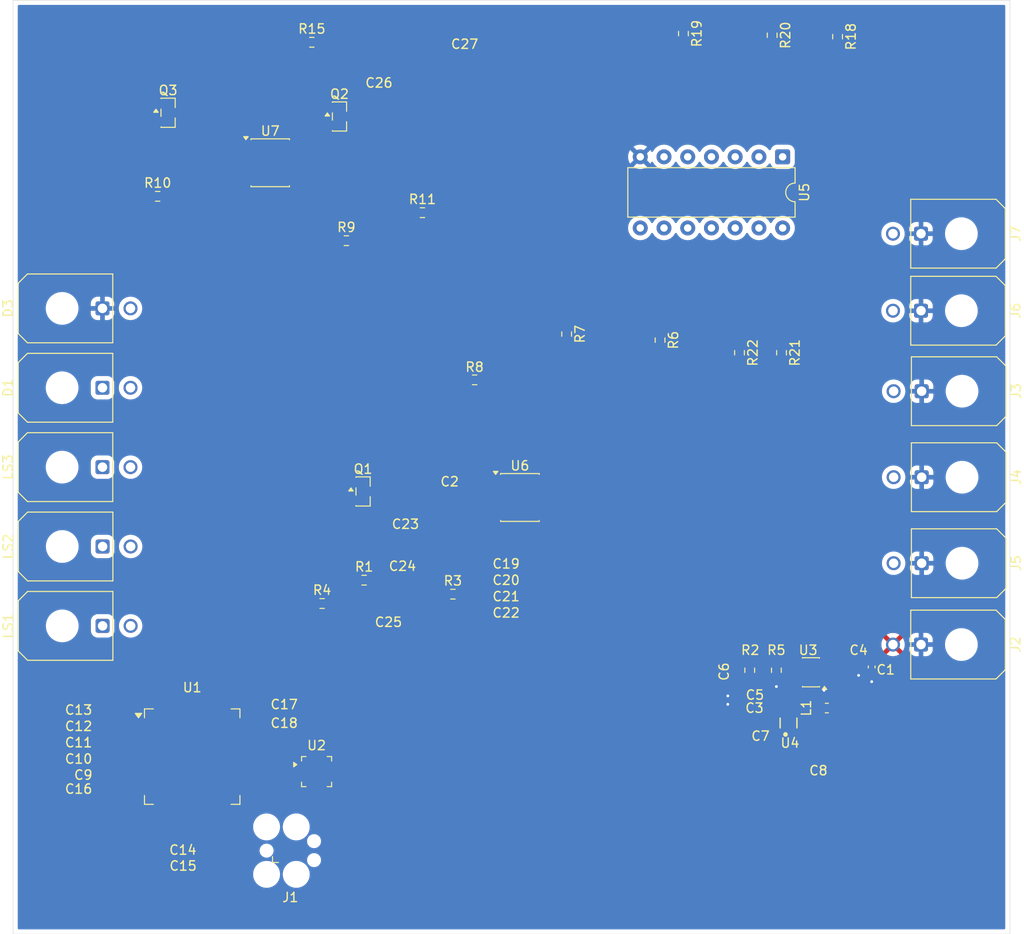
<source format=kicad_pcb>
(kicad_pcb (version 20241229) (generator "pcbnew") (generator_version "9.0")
  (layers (0 "F.Cu" signal) (2 "B.Cu" signal) (13 "F.Paste" user) (15 "B.Paste" user) (5 "F.SilkS" user "F.Silkscreen") (7 "B.SilkS" user "B.Silkscreen") (1 "F.Mask" user) (3 "B.Mask" user) (25 "Edge.Cuts" user))
  (net 0 "")
  (net 1 "+12V")
  (net 2 "GND")
  (net 3 "+5V")
  (net 4 "Net-(U3-FB)")
  (net 5 "+3.3V")
  (net 6 "Net-(U6-CV)")
  (net 7 "Net-(Q2-S)")
  (net 8 "/SW")
  (net 9 "Net-(U3-BOOT)")
  (net 10 "Net-(D1-K)")
  (net 11 "Net-(D3-A)")
  (net 12 "Net-(J1-SWCLK)")
  (net 13 "Net-(J1-SWO)")
  (net 14 "Net-(J1-SWDIO)")
  (net 15 "Net-(J1-~{RESET})")
  (net 16 "Net-(U2-OUTN)")
  (net 17 "Net-(U2-OUTP)")
  (net 18 "Net-(Q1-D)")
  (net 19 "Net-(Q1-G)")
  (net 20 "Net-(Q2-G)")
  (net 21 "Fault")
  (net 22 "Net-(U6-DIS)")
  (net 23 "Trigger")
  (net 24 "Net-(U5-K)")
  (net 25 "Net-(U6-Q)")
  (net 26 "Net-(U7-DIS)")
  (net 27 "Net-(U7-TR)")
  (net 28 "TSA")
  (net 29 "Break")
  (net 30 "Button")
  (net 31 "BMS_Fault")
  (net 32 "IMD_Fault")
  (net 36 "Net-(U1-PB9)")
  (net 57 "Net-(U1-PB13)")
  (net 66 "Net-(U1-PB15)")
  (net 90 "Net-(U5-C)")
  (footprint "Capacitor_SMD:C_0201_0603Metric" (layer "F.Cu") (at 137.6 124.3 -90)
    (property "Reference" "C7" (at 1.5 0.1 180) (layer "F.SilkS"))
    (property "Value" "1u" (hide yes))
    (pad "1" smd roundrect (at -0.32 0 270) (size 0.46 0.4) (layers "F.Cu" "F.Mask") (net 3 "+5V"))
    (pad "2" smd roundrect (at 0.32 0 270) (size 0.46 0.4) (layers "F.Cu" "F.Mask") (net 2 "GND"))
  )
  (footprint "Resistor_SMD:R_0603_1608Metric" (layer "F.Cu") (at 95.075 109.105)
    (property "Reference" "R1" (at 0 -1.43 0) (layer "F.SilkS"))
    (property "Value" "200k")
    (pad "1" smd roundrect (at -0.825 0) (size 0.8 0.95) (layers "F.Cu" "F.Mask" "F.Paste") (net 3 "+5V"))
    (pad "2" smd roundrect (at 0.825 0) (size 0.8 0.95) (layers "F.Cu" "F.Mask" "F.Paste") (net 22 "Net-(U6-DIS)"))
  )
  (footprint "Capacitor_SMD:C_0201_0603Metric" (layer "F.Cu") (at 89.02 122.415 180)
    (property "Reference" "C17" (at 2.5 0 0) (layer "F.SilkS"))
    (property "Value" "0.1u" (hide yes))
    (pad "1" smd roundrect (at -0.32 0 180) (size 0.46 0.4) (layers "F.Cu" "F.Mask") (net 2 "GND"))
    (pad "2" smd roundrect (at 0.32 0 180) (size 0.46 0.4) (layers "F.Cu" "F.Mask") (net 3 "+5V"))
  )
  (footprint "Capacitor_SMD:C_0201_0603Metric" (layer "F.Cu") (at 135.155 121.5 180)
    (property "Reference" "C5" (at -1.745 0.1 0) (layer "F.SilkS"))
    (property "Value" "22u" (hide yes))
    (pad "1" smd roundrect (at -0.32 0 180) (size 0.46 0.4) (layers "F.Cu" "F.Mask") (net 3 "+5V"))
    (pad "2" smd roundrect (at 0.32 0 180) (size 0.46 0.4) (layers "F.Cu" "F.Mask") (net 2 "GND"))
  )
  (footprint "Capacitor_SMD:C_0201_0603Metric" (layer "F.Cu") (at 110.275 113.655)
    (property "Reference" "C22" (at 0 -1.05 0) (layer "F.SilkS"))
    (property "Value" "10u")
    (pad "1" smd roundrect (at -0.32 0) (size 0.46 0.4) (layers "F.Cu" "F.Mask") (net 3 "+5V"))
    (pad "2" smd roundrect (at 0.32 0) (size 0.46 0.4) (layers "F.Cu" "F.Mask") (net 3 "+5V"))
  )
  (footprint "Resistor_SMD:R_0603_1608Metric" (layer "F.Cu") (at 90.575 111.605)
    (property "Reference" "R4" (at 0 -1.43 0) (layer "F.SilkS"))
    (property "Value" "100k")
    (pad "1" smd roundrect (at -0.825 0) (size 0.8 0.95) (layers "F.Cu" "F.Mask" "F.Paste") (net 19 "Net-(Q1-G)"))
    (pad "2" smd roundrect (at 0.825 0) (size 0.8 0.95) (layers "F.Cu" "F.Mask" "F.Paste") (net 2 "GND"))
  )
  (footprint "Capacitor_SMD:C_0201_0603Metric" (layer "F.Cu") (at 73.33 138)
    (property "Reference" "C14" (at 2.345 0 0) (layer "F.SilkS"))
    (property "Value" "100n" (hide yes))
    (pad "1" smd roundrect (at -0.32 0) (size 0.46 0.4) (layers "F.Cu" "F.Mask") (net 2 "GND"))
    (pad "2" smd roundrect (at 0.32 0) (size 0.46 0.4) (layers "F.Cu" "F.Mask") (net 5 "+3.3V"))
  )
  (footprint "Resistor_SMD:R_0603_1608Metric" (layer "F.Cu") (at 106.9 87.655)
    (property "Reference" "R8" (at 0 -1.37 0) (layer "F.SilkS"))
    (property "Value" "100k")
    (pad "1" smd roundrect (at -0.825 0) (size 0.8 0.95) (layers "F.Cu" "F.Mask" "F.Paste") (net 25 "Net-(U6-Q)"))
    (pad "2" smd roundrect (at 0.825 0) (size 0.8 0.95) (layers "F.Cu" "F.Mask" "F.Paste") (net 19 "Net-(Q1-G)"))
  )
  (footprint "Resistor_SMD:R_0603_1608Metric" (layer "F.Cu") (at 104.575 110.605)
    (property "Reference" "R3" (at 0 -1.43 0) (layer "F.SilkS"))
    (property "Value" "10k")
    (pad "1" smd roundrect (at -0.825 0) (size 0.8 0.95) (layers "F.Cu" "F.Mask" "F.Paste") (net 2 "GND"))
    (pad "2" smd roundrect (at 0.825 0) (size 0.8 0.95) (layers "F.Cu" "F.Mask" "F.Paste") (net 23 "Trigger"))
  )
  (footprint "Connector_Molex:Molex_Micro-Fit_3.0_43045-0200_2x01_P3.00mm_Horizontal" (layer "F.Cu") (at 67.085 114 90)
    (property "Reference" "LS1" (at 0 -10.12 90) (layer "F.SilkS"))
    (property "Value" "Speaker")
    (pad "" np_thru_hole circle (at 0 -4.32 90) (size 3 3) (drill 3) (layers "*.Cu" "*.Mask"))
    (pad "1" thru_hole roundrect (at 0 0 90) (size 1.5 1.5) (drill 1.02) (layers "*.Cu" "*.Mask") (roundrect_rratio 0.166667) (net 17 "Net-(U2-OUTP)"))
    (pad "2" thru_hole circle (at 0 3 90) (size 1.5 1.5) (drill 1.02) (layers "*.Cu" "*.Mask") (net 16 "Net-(U2-OUTN)"))
  )
  (footprint "Capacitor_SMD:C_0201_0603Metric" (layer "F.Cu") (at 67.02 129.969743 180)
    (property "Reference" "C9" (at 2.002806 0 0) (layer "F.SilkS"))
    (property "Value" "100n" (hide yes))
    (pad "1" smd roundrect (at -0.32 0 180) (size 0.46 0.4) (layers "F.Cu" "F.Mask") (net 5 "+3.3V"))
    (pad "2" smd roundrect (at 0.32 0 180) (size 0.46 0.4) (layers "F.Cu" "F.Mask") (net 2 "GND"))
  )
  (footprint "Capacitor_SMD:C_0201_0603Metric" (layer "F.Cu") (at 144.9 121.6)
    (property "Reference" "Cboot1" (hide yes))
    (property "Value" "0.1u" (hide yes))
    (pad "1" smd roundrect (at -0.32 0) (size 0.46 0.4) (layers "F.Cu" "F.Mask") (net 9 "Net-(U3-BOOT)"))
    (pad "2" smd roundrect (at 0.32 0) (size 0.46 0.4) (layers "F.Cu" "F.Mask") (net 8 "/SW"))
  )
  (footprint "Capacitor_SMD:C_0201_0603Metric" (layer "F.Cu") (at 67.02 128.25 180)
    (property "Reference" "C10" (at 2.502806 0 0) (layer "F.SilkS"))
    (property "Value" "100n" (hide yes))
    (pad "1" smd roundrect (at -0.32 0 180) (size 0.46 0.4) (layers "F.Cu" "F.Mask") (net 5 "+3.3V"))
    (pad "2" smd roundrect (at 0.32 0 180) (size 0.46 0.4) (layers "F.Cu" "F.Mask") (net 2 "GND"))
  )
  (footprint "Resistor_SMD:R_0603_1608Metric" (layer "F.Cu") (at 145.75 50.9 -90)
    (property "Reference" "R18" (at 0 -1.43 90) (layer "F.SilkS"))
    (property "Value" "10k")
    (pad "1" smd roundrect (at -0.825 0 270) (size 0.8 0.95) (layers "F.Cu" "F.Mask" "F.Paste") (net 2 "GND"))
    (pad "2" smd roundrect (at 0.825 0 270) (size 0.8 0.95) (layers "F.Cu" "F.Mask" "F.Paste") (net 28 "TSA"))
  )
  (footprint "Resistor_SMD:R_0603_1608Metric" (layer "F.Cu") (at 116.75 82.75 -90)
    (property "Reference" "R7" (at 0 -1.43 90) (layer "F.SilkS"))
    (property "Value" "13.7k")
    (pad "1" smd roundrect (at -0.825 0 270) (size 0.8 0.95) (layers "F.Cu" "F.Mask" "F.Paste") (net 24 "Net-(U5-K)"))
    (pad "2" smd roundrect (at 0.825 0 270) (size 0.8 0.95) (layers "F.Cu" "F.Mask" "F.Paste") (net 23 "Trigger"))
  )
  (footprint "Resistor_SMD:R_0603_1608Metric" (layer "F.Cu") (at 136.35 118.75 90)
    (property "Reference" "R2" (at 2.15 0.05 180) (layer "F.SilkS"))
    (property "Value" "100k" (hide yes))
    (pad "1" smd roundrect (at -0.825 0 90) (size 0.8 0.95) (layers "F.Cu" "F.Mask" "F.Paste") (net 3 "+5V"))
    (pad "2" smd roundrect (at 0.825 0 90) (size 0.8 0.95) (layers "F.Cu" "F.Mask" "F.Paste") (net 4 "Net-(U3-FB)"))
  )
  (footprint "Capacitor_SMD:C_0201_0603Metric" (layer "F.Cu") (at 99.18 108.655)
    (property "Reference" "C24" (at 0 -1.05 0) (layer "F.SilkS"))
    (property "Value" "10u")
    (pad "1" smd roundrect (at -0.32 0) (size 0.46 0.4) (layers "F.Cu" "F.Mask") (net 3 "+5V"))
    (pad "2" smd roundrect (at 0.32 0) (size 0.46 0.4) (layers "F.Cu" "F.Mask") (net 3 "+5V"))
  )
  (footprint "Capacitor_SMD:C_0201_0603Metric" (layer "F.Cu") (at 134.5 118.9 90)
    (property "Reference" "C6" (at 0 -0.9 270) (layer "F.SilkS"))
    (property "Value" "75p" (hide yes))
    (pad "1" smd roundrect (at -0.32 0 90) (size 0.46 0.4) (layers "F.Cu" "F.Mask") (net 3 "+5V"))
    (pad "2" smd roundrect (at 0.32 0 90) (size 0.46 0.4) (layers "F.Cu" "F.Mask") (net 4 "Net-(U3-FB)"))
  )
  (footprint "Connector_Molex:Molex_Micro-Fit_3.0_43045-0200_2x01_P3.00mm_Horizontal" (layer "F.Cu") (at 67.07 80 90)
    (property "Reference" "D3" (at 0 -10.12 90) (layer "F.SilkS"))
    (property "Value" "LED")
    (pad "" np_thru_hole circle (at 0 -4.32 90) (size 3 3) (drill 3) (layers "*.Cu" "*.Mask"))
    (pad "1" thru_hole roundrect (at 0 0 90) (size 1.5 1.5) (drill 1.02) (layers "*.Cu" "*.Mask") (roundrect_rratio 0.166667) (net 2 "GND"))
    (pad "2" thru_hole circle (at 0 3 90) (size 1.5 1.5) (drill 1.02) (layers "*.Cu" "*.Mask") (net 11 "Net-(D3-A)"))
  )
  (footprint "Connector_Molex:Molex_Micro-Fit_3.0_43045-0200_2x01_P3.00mm_Horizontal" (layer "F.Cu") (at 154.75 88.87 -90)
    (property "Reference" "J3" (at 0 -10.12 90) (layer "F.SilkS"))
    (property "Value" "TSA")
    (pad "" np_thru_hole circle (at 0 -4.32 270) (size 3 3) (drill 3) (layers "*.Cu" "*.Mask"))
    (pad "1" thru_hole roundrect (at 0 0 270) (size 1.5 1.5) (drill 1.02) (layers "*.Cu" "*.Mask") (roundrect_rratio 0.166667) (net 2 "GND"))
    (pad "2" thru_hole circle (at 0 3 270) (size 1.5 1.5) (drill 1.02) (layers "*.Cu" "*.Mask") (net 28 "TSA"))
  )
  (footprint "Package_TO_SOT_SMD:SOT-23" (layer "F.Cu") (at 74.0925 59.05)
    (property "Reference" "Q3" (at 0 -2.4 0) (layer "F.SilkS"))
    (property "Value" "AO3400A")
    (pad "1" smd roundrect (at -0.9375 -0.95) (size 1.475 0.6) (layers "F.Cu" "F.Mask" "F.Paste") (net 21 "Fault"))
    (pad "2" smd roundrect (at -0.9375 0.95) (size 1.475 0.6) (layers "F.Cu" "F.Mask" "F.Paste") (net 2 "GND"))
    (pad "3" smd roundrect (at 0.9375 0) (size 1.475 0.6) (layers "F.Cu" "F.Mask" "F.Paste") (net 11 "Net-(D3-A)"))
  )
  (footprint "Connector_Molex:Molex_Micro-Fit_3.0_43045-0200_2x01_P3.00mm_Horizontal" (layer "F.Cu") (at 67.07 97 90)
    (property "Reference" "LS3" (at 0 -10.12 90) (layer "F.SilkS"))
    (property "Value" "MSO206NR")
    (pad "" np_thru_hole circle (at 0 -4.32 90) (size 3 3) (drill 3) (layers "*.Cu" "*.Mask"))
    (pad "1" thru_hole roundrect (at 0 0 90) (size 1.5 1.5) (drill 1.02) (layers "*.Cu" "*.Mask") (roundrect_rratio 0.166667) (net 3 "+5V"))
    (pad "2" thru_hole circle (at 0 3 90) (size 1.5 1.5) (drill 1.02) (layers "*.Cu" "*.Mask") (net 18 "Net-(Q1-D)"))
  )
  (footprint "Connector_Molex:Molex_Micro-Fit_3.0_43045-0200_2x01_P3.00mm_Horizontal" (layer "F.Cu") (at 154.68 80.25 -90)
    (property "Reference" "J6" (at 0 -10.12 90) (layer "F.SilkS"))
    (property "Value" "IMD Fault")
    (pad "" np_thru_hole circle (at 0 -4.32 270) (size 3 3) (drill 3) (layers "*.Cu" "*.Mask"))
    (pad "1" thru_hole roundrect (at 0 0 270) (size 1.5 1.5) (drill 1.02) (layers "*.Cu" "*.Mask") (roundrect_rratio 0.166667) (net 2 "GND"))
    (pad "2" thru_hole circle (at 0 3 270) (size 1.5 1.5) (drill 1.02) (layers "*.Cu" "*.Mask") (net 32 "IMD_Fault"))
  )
  (footprint "Capacitor_SMD:C_0201_0603Metric" (layer "F.Cu") (at 104.23 99.605)
    (property "Reference" "C2" (at 0 -1.05 0) (layer "F.SilkS"))
    (property "Value" "1u")
    (pad "1" smd roundrect (at -0.32 0) (size 0.46 0.4) (layers "F.Cu" "F.Mask") (net 3 "+5V"))
    (pad "2" smd roundrect (at 0.32 0) (size 0.46 0.4) (layers "F.Cu" "F.Mask") (net 3 "+5V"))
  )
  (footprint "Capacitor_SMD:C_0201_0603Metric" (layer "F.Cu") (at 96.665 56.9)
    (property "Reference" "C26" (at 0 -1.05 0) (layer "F.SilkS"))
    (property "Value" "0.1u")
    (pad "1" smd roundrect (at -0.32 0) (size 0.46 0.4) (layers "F.Cu" "F.Mask") (net 3 "+5V"))
    (pad "2" smd roundrect (at 0.32 0) (size 0.46 0.4) (layers "F.Cu" "F.Mask") (net 1 "+12V"))
  )
  (footprint "Capacitor_SMD:C_0201_0603Metric" (layer "F.Cu") (at 140.455 129)
    (property "Reference" "C8" (at 3.245 0.5 0) (layer "F.SilkS"))
    (property "Value" "1u")
    (pad "1" smd roundrect (at -0.32 0) (size 0.46 0.4) (layers "F.Cu" "F.Mask") (net 5 "+3.3V"))
    (pad "2" smd roundrect (at 0.32 0) (size 0.46 0.4) (layers "F.Cu" "F.Mask") (net 2 "GND"))
  )
  (footprint "Package_SO:SOIC-8_3.9x4.9mm_P1.27mm" (layer "F.Cu") (at 85.025 64.405)
    (property "Reference" "U7" (at 0 -3.4 0) (layer "F.SilkS"))
    (property "Value" "LM555xM")
    (pad "1" smd roundrect (at -2.475 -1.905) (size 1.95 0.6) (layers "F.Cu" "F.Mask" "F.Paste") (net 2 "GND"))
    (pad "2" smd roundrect (at -2.475 -0.635) (size 1.95 0.6) (layers "F.Cu" "F.Mask" "F.Paste") (net 27 "Net-(U7-TR)"))
    (pad "3" smd roundrect (at -2.475 0.635) (size 1.95 0.6) (layers "F.Cu" "F.Mask" "F.Paste") (net 20 "Net-(Q2-G)"))
    (pad "4" smd roundrect (at -2.475 1.905) (size 1.95 0.6) (layers "F.Cu" "F.Mask" "F.Paste") (net 21 "Fault"))
    (pad "5" smd roundrect (at 2.475 1.905) (size 1.95 0.6) (layers "F.Cu" "F.Mask" "F.Paste"))
    (pad "6" smd roundrect (at 2.475 0.635) (size 1.95 0.6) (layers "F.Cu" "F.Mask" "F.Paste") (net 7 "Net-(Q2-S)"))
    (pad "7" smd roundrect (at 2.475 -0.635) (size 1.95 0.6) (layers "F.Cu" "F.Mask" "F.Paste") (net 26 "Net-(U7-DIS)"))
    (pad "8" smd roundrect (at 2.475 -1.905) (size 1.95 0.6) (layers "F.Cu" "F.Mask" "F.Paste") (net 3 "+5V"))
  )
  (footprint "Capacitor_SMD:C_0201_0603Metric" (layer "F.Cu") (at 67.02 126.5 180)
    (property "Reference" "C11" (at 2.502806 0 0) (layer "F.SilkS"))
    (property "Value" "100n" (hide yes))
    (pad "1" smd roundrect (at -0.32 0 180) (size 0.46 0.4) (layers "F.Cu" "F.Mask") (net 5 "+3.3V"))
    (pad "2" smd roundrect (at 0.32 0 180) (size 0.46 0.4) (layers "F.Cu" "F.Mask") (net 2 "GND"))
  )
  (footprint "Capacitor_SMD:C_0201_0603Metric" (layer "F.Cu") (at 73.355 139.955)
    (property "Reference" "C15" (at 2.345 -0.25 0) (layer "F.SilkS"))
    (property "Value" "1u" (hide yes))
    (pad "1" smd roundrect (at -0.32 0) (size 0.46 0.4) (layers "F.Cu" "F.Mask") (net 2 "GND"))
    (pad "2" smd roundrect (at 0.32 0) (size 0.46 0.4) (layers "F.Cu" "F.Mask") (net 5 "+3.3V"))
  )
  (footprint "PTPS7A20185PDQNR:DQN0004A-MFG" (layer "F.Cu") (at 140.5 124.4 90)
    (property "Reference" "U4" (at -2.140735 0.154453 0) (layer "F.SilkS"))
    (property "Value" "PTPS7A20185PDQNR" (hide yes))
    (fp_poly (pts (xy 0.660001 -0.485) (xy 0.2 -0.485) (xy 0.2 -0.385) (xy 0.409999 -0.175001) (xy 0.660001 -0.175001)) (fill yes) (layer "F.Cu"))
    (fp_poly (pts (xy -0.660001 -0.485) (xy -0.2 -0.485) (xy -0.2 -0.385) (xy -0.409999 -0.175001) (xy -0.660001 -0.175001)) (fill yes) (layer "F.Cu"))
    (fp_poly (pts (xy 0.660001 0.485) (xy 0.2 0.485) (xy 0.2 0.385) (xy 0.409999 0.175001) (xy 0.660001 0.175001)) (fill yes) (layer "F.Cu"))
    (fp_poly (pts (xy -0.660001 0.485) (xy -0.2 0.485) (xy -0.2 0.385) (xy -0.409999 0.175001) (xy -0.660001 0.175001)) (fill yes) (layer "F.Cu"))
    (pad "1" smd circle (at -0.505 -0.329999 90) (size 0.279001 0.279001) (layers "F.Cu") (net 5 "+3.3V"))
    (pad "2" smd circle (at -0.505 0.329999 90) (size 0.279001 0.279001) (layers "F.Cu") (net 2 "GND"))
    (pad "3" smd circle (at 0.459265 0.345547 90) (size 0.251013 0.251013) (layers "F.Cu") (net 3 "+5V"))
    (pad "4" smd circle (at 0.459265 -0.345547 90) (size 0.251013 0.251013) (layers "F.Cu") (net 3 "+5V"))
    (pad "5" smd rect (at 0 0 45) (size 0.579999 0.579999) (layers "F.Cu") (net 2 "GND"))
  )
  (footprint "Connector_Molex:Molex_Micro-Fit_3.0_43045-0200_2x01_P3.00mm_Horizontal" (layer "F.Cu") (at 154.75 98.08 -90)
    (property "Reference" "J4" (at 0 -10.12 90) (layer "F.SilkS"))
    (property "Value" "BMS Fault")
    (pad "" np_thru_hole circle (at 0 -4.32 270) (size 3 3) (drill 3) (layers "*.Cu" "*.Mask"))
    (pad "1" thru_hole roundrect (at 0 0 270) (size 1.5 1.5) (drill 1.02) (layers "*.Cu" "*.Mask") (roundrect_rratio 0.166667) (net 2 "GND"))
    (pad "2" thru_hole circle (at 0 3 270) (size 1.5 1.5) (drill 1.02) (layers "*.Cu" "*.Mask") (net 31 "BMS_Fault"))
  )
  (footprint "Connector:Tag-Connect_TC2030-IDC-FP_2x03_P1.27mm_Vertical" (layer "F.Cu") (at 87.175 138.07)
    (property "Reference" "J1" (at 0 5 0) (layer "F.SilkS"))
    (property "Value" "Conn_ARM_SWD_TagConnect_TC2030")
    (pad "" np_thru_hole circle (at -2.54 -2.54) (size 2.3749 2.3749) (drill 2.3749) (layers "*.Cu" "*.Mask"))
    (pad "" np_thru_hole circle (at -2.54 0) (size 0.9906 0.9906) (drill 0.9906) (layers "*.Cu" "*.Mask"))
    (pad "" np_thru_hole circle (at -2.54 2.54) (size 2.3749 2.3749) (drill 2.3749) (layers "*.Cu" "*.Mask"))
    (pad "" np_thru_hole circle (at 0.635 -2.54) (size 2.3749 2.3749) (drill 2.3749) (layers "*.Cu" "*.Mask"))
    (pad "" np_thru_hole circle (at 0.635 2.54) (size 2.3749 2.3749) (drill 2.3749) (layers "*.Cu" "*.Mask"))
    (pad "" np_thru_hole circle (at 2.54 -1.016) (size 0.9906 0.9906) (drill 0.9906) (layers "*.Cu" "*.Mask"))
    (pad "" np_thru_hole circle (at 2.54 1.016) (size 0.9906 0.9906) (drill 0.9906) (layers "*.Cu" "*.Mask"))
    (pad "1" connect circle (at -1.27 0.635) (size 0.7874 0.7874) (layers "F.Cu" "F.Mask") (net 5 "+3.3V"))
    (pad "2" connect circle (at -1.27 -0.635) (size 0.7874 0.7874) (layers "F.Cu" "F.Mask") (net 14 "Net-(J1-SWDIO)"))
    (pad "3" connect circle (at 0 0.635) (size 0.7874 0.7874) (layers "F.Cu" "F.Mask") (net 15 "Net-(J1-~{RESET})"))
    (pad "4" connect circle (at 0 -0.635) (size 0.7874 0.7874) (layers "F.Cu" "F.Mask") (net 12 "Net-(J1-SWCLK)"))
    (pad "5" connect circle (at 1.27 0.635) (size 0.7874 0.7874) (layers "F.Cu" "F.Mask") (net 2 "GND"))
    (pad "6" connect circle (at 1.27 -0.635) (size 0.7874 0.7874) (layers "F.Cu" "F.Mask") (net 13 "Net-(J1-SWO)"))
    (zone (net 0) (net_name "") (layer "F.Cu") (connect_pads (clearance 0)) (min_thickness 0.254)
      (keepout (tracks allowed) (vias not_allowed) (pads allowed) (copperpour not_allowed) (footprints not_allowed))
      (fill (thermal_gap 0.508) (thermal_bridge_width 0.508))
      (polygon (pts (xy 88.445 137.435) (xy 85.905 137.435) (xy 85.905 138.705) (xy 88.445 138.705)))
    )
  )
  (footprint "Capacitor_SMD:C_0201_0603Metric" (layer "F.Cu") (at 67.02 123 180)
    (property "Reference" "C13" (at 2.502806 0 0) (layer "F.SilkS"))
    (property "Value" "100n" (hide yes))
    (pad "1" smd roundrect (at -0.32 0 180) (size 0.46 0.4) (layers "F.Cu" "F.Mask") (net 5 "+3.3V"))
    (pad "2" smd roundrect (at 0.32 0 180) (size 0.46 0.4) (layers "F.Cu" "F.Mask") (net 2 "GND"))
  )
  (footprint "Connector_Molex:Molex_Micro-Fit_3.0_43045-0200_2x01_P3.00mm_Horizontal" (layer "F.Cu") (at 67.07 88.5 90)
    (property "Reference" "D1" (at 0 -10.12 90) (layer "F.SilkS"))
    (property "Value" "LED")
    (pad "" np_thru_hole circle (at 0 -4.32 90) (size 3 3) (drill 3) (layers "*.Cu" "*.Mask"))
    (pad "1" thru_hole roundrect (at 0 0 90) (size 1.5 1.5) (drill 1.02) (layers "*.Cu" "*.Mask") (roundrect_rratio 0.166667) (net 10 "Net-(D1-K)"))
    (pad "2" thru_hole circle (at 0 3 90) (size 1.5 1.5) (drill 1.02) (layers "*.Cu" "*.Mask") (net 1 "+12V"))
  )
  (footprint "Resistor_SMD:R_0603_1608Metric" (layer "F.Cu") (at 101.315 69.75)
    (property "Reference" "R11" (at 0 -1.43 0) (layer "F.SilkS"))
    (property "Value" "10k")
    (pad "1" smd roundrect (at -0.825 0) (size 0.8 0.95) (layers "F.Cu" "F.Mask" "F.Paste") (net 2 "GND"))
    (pad "2" smd roundrect (at 0.825 0) (size 0.8 0.95) (layers "F.Cu" "F.Mask" "F.Paste") (net 21 "Fault"))
  )
  (footprint "Connector_Molex:Molex_Micro-Fit_3.0_43045-0200_2x01_P3.00mm_Horizontal" (layer "F.Cu") (at 67.085 105.5 90)
    (property "Reference" "LS2" (at 0 -10.12 90) (layer "F.SilkS"))
    (property "Value" "MSO206NR")
    (pad "" np_thru_hole circle (at 0 -4.32 90) (size 3 3) (drill 3) (layers "*.Cu" "*.Mask"))
    (pad "1" thru_hole roundrect (at 0 0 90) (size 1.5 1.5) (drill 1.02) (layers "*.Cu" "*.Mask") (roundrect_rratio 0.166667) (net 3 "+5V"))
    (pad "2" thru_hole circle (at 0 3 90) (size 1.5 1.5) (drill 1.02) (layers "*.Cu" "*.Mask") (net 18 "Net-(Q1-D)"))
  )
  (footprint "Capacitor_SMD:C_0402_1005Metric" (layer "F.Cu") (at 149.4 118.4 -90)
    (property "Reference" "C1" (at 0.3 -1.5 180) (layer "F.SilkS"))
    (property "Value" "10u" (hide yes))
    (pad "1" smd roundrect (at -0.48 0 270) (size 0.56 0.62) (layers "F.Cu" "F.Mask" "F.Paste") (net 1 "+12V"))
    (pad "2" smd roundrect (at 0.48 0 270) (size 0.56 0.62) (layers "F.Cu" "F.Mask" "F.Paste") (net 2 "GND"))
  )
  (footprint "Package_TO_SOT_SMD:SOT-23-6" (layer "F.Cu") (at 142.9 118.97 180)
    (property "Reference" "U3" (at 0.3 2.37 0) (layer "F.SilkS"))
    (property "Value" "TPS54202DDC" (hide yes))
    (pad "1" smd roundrect (at -1.1375 -0.95 180) (size 1.325 0.6) (layers "F.Cu" "F.Mask" "F.Paste") (net 2 "GND"))
    (pad "2" smd roundrect (at -1.1375 0 180) (size 1.325 0.6) (layers "F.Cu" "F.Mask" "F.Paste") (net 8 "/SW"))
    (pad "3" smd roundrect (at -1.1375 0.95 180) (size 1.325 0.6) (layers "F.Cu" "F.Mask" "F.Paste") (net 1 "+12V"))
    (pad "4" smd roundrect (at 1.1375 0.95 180) (size 1.325 0.6) (layers "F.Cu" "F.Mask" "F.Paste") (net 4 "Net-(U3-FB)"))
    (pad "5" smd roundrect (at 1.1375 0 180) (size 1.325 0.6) (layers "F.Cu" "F.Mask" "F.Paste"))
    (pad "6" smd roundrect (at 1.1375 -0.95 180) (size 1.325 0.6) (layers "F.Cu" "F.Mask" "F.Paste") (net 9 "Net-(U3-BOOT)"))
  )
  (footprint "Capacitor_SMD:C_0201_0603Metric" (layer "F.Cu") (at 110.275 108.405)
    (property "Reference" "C19" (at 0 -1.05 0) (layer "F.SilkS"))
    (property "Value" "0.1u")
    (pad "1" smd roundrect (at -0.32 0) (size 0.46 0.4) (layers "F.Cu" "F.Mask") (net 3 "+5V"))
    (pad "2" smd roundrect (at 0.32 0) (size 0.46 0.4) (layers "F.Cu" "F.Mask") (net 3 "+5V"))
  )
  (footprint "Connector_Molex:Molex_Micro-Fit_3.0_43045-0200_2x01_P3.00mm_Horizontal" (layer "F.Cu") (at 154.68 72 -90)
    (property "Reference" "J7" (at 0 -10.12 90) (layer "F.SilkS"))
    (property "Value" "Break")
    (pad "" np_thru_hole circle (at 0 -4.32 270) (size 3 3) (drill 3) (layers "*.Cu" "*.Mask"))
    (pad "1" thru_hole roundrect (at 0 0 270) (size 1.5 1.5) (drill 1.02) (layers "*.Cu" "*.Mask") (roundrect_rratio 0.166667) (net 2 "GND"))
    (pad "2" thru_hole circle (at 0 3 270) (size 1.5 1.5) (drill 1.02) (layers "*.Cu" "*.Mask") (net 29 "Break"))
  )
  (footprint "Package_DFN_QFN:TQFN-16-1EP_3x3mm_P0.5mm_EP1.23x1.23mm" (layer "F.Cu") (at 89.985 129.605)
    (property "Reference" "U2" (at 0 -2.8 0) (layer "F.SilkS"))
    (property "Value" "MAX98357A")
    (pad "1" smd roundrect (at -1.4375 -0.75) (size 0.825 0.25) (layers "F.Cu" "F.Mask" "F.Paste") (net 66 "Net-(U1-PB15)"))
    (pad "2" smd roundrect (at -1.4375 -0.25) (size 0.825 0.25) (layers "F.Cu" "F.Mask" "F.Paste") (net 3 "+5V"))
    (pad "3" smd roundrect (at -1.4375 0.25) (size 0.825 0.25) (layers "F.Cu" "F.Mask" "F.Paste") (net 2 "GND"))
    (pad "4" smd roundrect (at -1.4375 0.75) (size 0.825 0.25) (layers "F.Cu" "F.Mask" "F.Paste") (net 5 "+3.3V"))
    (pad "5" smd roundrect (at -0.75 1.4375) (size 0.25 0.825) (layers "F.Cu" "F.Mask" "F.Paste"))
    (pad "6" smd roundrect (at -0.25 1.4375) (size 0.25 0.825) (layers "F.Cu" "F.Mask" "F.Paste"))
    (pad "7" smd roundrect (at 0.25 1.4375) (size 0.25 0.825) (layers "F.Cu" "F.Mask" "F.Paste") (net 3 "+5V"))
    (pad "8" smd roundrect (at 0.75 1.4375) (size 0.25 0.825) (layers "F.Cu" "F.Mask" "F.Paste") (net 3 "+5V"))
    (pad "9" smd roundrect (at 1.4375 0.75) (size 0.825 0.25) (layers "F.Cu" "F.Mask" "F.Paste") (net 17 "Net-(U2-OUTP)"))
    (pad "10" smd roundrect (at 1.4375 0.25) (size 0.825 0.25) (layers "F.Cu" "F.Mask" "F.Paste") (net 16 "Net-(U2-OUTN)"))
    (pad "11" smd roundrect (at 1.4375 -0.25) (size 0.825 0.25) (layers "F.Cu" "F.Mask" "F.Paste") (net 2 "GND"))
    (pad "12" smd roundrect (at 1.4375 -0.75) (size 0.825 0.25) (layers "F.Cu" "F.Mask" "F.Paste"))
    (pad "13" smd roundrect (at 0.75 -1.4375) (size 0.25 0.825) (layers "F.Cu" "F.Mask" "F.Paste"))
    (pad "14" smd roundrect (at 0.25 -1.4375) (size 0.25 0.825) (layers "F.Cu" "F.Mask" "F.Paste") (net 36 "Net-(U1-PB9)"))
    (pad "15" smd roundrect (at -0.25 -1.4375) (size 0.25 0.825) (layers "F.Cu" "F.Mask" "F.Paste") (net 2 "GND"))
    (pad "16" smd roundrect (at -0.75 -1.4375) (size 0.25 0.825) (layers "F.Cu" "F.Mask" "F.Paste") (net 57 "Net-(U1-PB13)"))
    (pad "17" smd rect (at 0 0) (size 1.23 1.23) (property pad_prop_heatsink) (layers "F.Cu" "F.Mask") (net 2 "GND"))
  )
  (footprint "Package_TO_SOT_SMD:SOT-23" (layer "F.Cu") (at 94.9625 99.605)
    (property "Reference" "Q1" (at 0 -2.4 0) (layer "F.SilkS"))
    (property "Value" "AO3400A")
    (pad "1" smd roundrect (at -0.9375 -0.95) (size 1.475 0.6) (layers "F.Cu" "F.Mask" "F.Paste") (net 19 "Net-(Q1-G)"))
    (pad "2" smd roundrect (at -0.9375 0.95) (size 1.475 0.6) (layers "F.Cu" "F.Mask" "F.Paste") (net 2 "GND"))
    (pad "3" smd roundrect (at 0.9375 0) (size 1.475 0.6) (layers "F.Cu" "F.Mask" "F.Paste") (net 18 "Net-(Q1-D)"))
  )
  (footprint "Capacitor_SMD:C_0201_0603Metric" (layer "F.Cu") (at 105.835 52.75)
    (property "Reference" "C27" (at 0 -1.05 0) (layer "F.SilkS"))
    (property "Value" "100u")
    (pad "1" smd roundrect (at -0.32 0) (size 0.46 0.4) (layers "F.Cu" "F.Mask") (net 2 "GND"))
    (pad "2" smd roundrect (at 0.32 0) (size 0.46 0.4) (layers "F.Cu" "F.Mask") (net 7 "Net-(Q2-S)"))
  )
  (footprint "Connector_Molex:Molex_Micro-Fit_3.0_43045-0200_2x01_P3.00mm_Horizontal" (layer "F.Cu") (at 154.75 107.29 -90)
    (property "Reference" "J5" (at 0 -10.12 90) (layer "F.SilkS"))
    (property "Value" "Button")
    (pad "" np_thru_hole circle (at 0 -4.32 270) (size 3 3) (drill 3) (layers "*.Cu" "*.Mask"))
    (pad "1" thru_hole roundrect (at 0 0 270) (size 1.5 1.5) (drill 1.02) (layers "*.Cu" "*.Mask") (roundrect_rratio 0.166667) (net 2 "GND"))
    (pad "2" thru_hole circle (at 0 3 270) (size 1.5 1.5) (drill 1.02) (layers "*.Cu" "*.Mask") (net 30 "Button"))
  )
  (footprint "Capacitor_SMD:C_0201_0603Metric" (layer "F.Cu") (at 135.155 122.4 180)
    (property "Reference" "C3" (at -1.7 -0.4 0) (layer "F.SilkS"))
    (property "Value" "22u" (hide yes))
    (pad "1" smd roundrect (at -0.32 0 180) (size 0.46 0.4) (layers "F.Cu" "F.Mask") (net 3 "+5V"))
    (pad "2" smd roundrect (at 0.32 0 180) (size 0.46 0.4) (layers "F.Cu" "F.Mask") (net 2 "GND"))
  )
  (footprint "Resistor_SMD:R_0603_1608Metric" (layer "F.Cu") (at 138.75 50.75 -90)
    (property "Reference" "R20" (at 0 -1.43 90) (layer "F.SilkS"))
    (property "Value" "10k")
    (pad "1" smd roundrect (at -0.825 0 270) (size 0.8 0.95) (layers "F.Cu" "F.Mask" "F.Paste") (net 2 "GND"))
    (pad "2" smd roundrect (at 0.825 0 270) (size 0.8 0.95) (layers "F.Cu" "F.Mask" "F.Paste") (net 30 "Button"))
  )
  (footprint "Resistor_SMD:R_0603_1608Metric" (layer "F.Cu") (at 139.2 118.75 -90)
    (property "Reference" "R5" (at -2.15 0 180) (layer "F.SilkS"))
    (property "Value" "13.3k" (hide yes))
    (pad "1" smd roundrect (at -0.825 0 270) (size 0.8 0.95) (layers "F.Cu" "F.Mask" "F.Paste") (net 4 "Net-(U3-FB)"))
    (pad "2" smd roundrect (at 0.825 0 270) (size 0.8 0.95) (layers "F.Cu" "F.Mask" "F.Paste") (net 2 "GND"))
  )
  (footprint "Capacitor_SMD:C_0201_0603Metric" (layer "F.Cu") (at 99.5 104.155)
    (property "Reference" "C23" (at 0 -1.05 0) (layer "F.SilkS"))
    (property "Value" "0.1u")
    (pad "1" smd roundrect (at -0.32 0) (size 0.46 0.4) (layers "F.Cu" "F.Mask") (net 3 "+5V"))
    (pad "2" smd roundrect (at 0.32 0) (size 0.46 0.4) (layers "F.Cu" "F.Mask") (net 3 "+5V"))
  )
  (footprint "Capacitor_SMD:C_0201_0603Metric" (layer "F.Cu") (at 148 118.18 -90)
    (property "Reference" "C4" (at -1.58 0 180) (layer "F.SilkS"))
    (property "Value" "0.1u" (hide yes))
    (pad "1" smd roundrect (at -0.32 0 270) (size 0.46 0.4) (layers "F.Cu" "F.Mask") (net 1 "+12V"))
    (pad "2" smd roundrect (at 0.32 0 270) (size 0.46 0.4) (layers "F.Cu" "F.Mask") (net 2 "GND"))
  )
  (footprint "Resistor_SMD:R_0603_1608Metric" (layer "F.Cu") (at 129.25 50.575 -90)
    (property "Reference" "R19" (at 0 -1.43 90) (layer "F.SilkS"))
    (property "Value" "10k")
    (pad "1" smd roundrect (at -0.825 0 270) (size 0.8 0.95) (layers "F.Cu" "F.Mask" "F.Paste") (net 2 "GND"))
    (pad "2" smd roundrect (at 0.825 0 270) (size 0.8 0.95) (layers "F.Cu" "F.Mask" "F.Paste") (net 29 "Break"))
  )
  (footprint "Capacitor_SMD:C_0201_0603Metric" (layer "F.Cu") (at 67.02 131.469743 180)
    (property "Reference" "C16" (at 2.502806 0 0) (layer "F.SilkS"))
    (property "Value" "4.7u'" (hide yes))
    (pad "1" smd roundrect (at -0.32 0 180) (size 0.46 0.4) (layers "F.Cu" "F.Mask") (net 5 "+3.3V"))
    (pad "2" smd roundrect (at 0.32 0 180) (size 0.46 0.4) (layers "F.Cu" "F.Mask") (net 2 "GND"))
  )
  (footprint "Package_QFP:LQFP-64_10x10mm_P0.5mm" (layer "F.Cu") (at 76.675 128)
    (property "Reference" "U1" (at 0 -7.4 0) (layer "F.SilkS"))
    (property "Value" "STM32F205RBTx")
    (pad "1" smd roundrect (at -5.675 -3.75) (size 1.55 0.3) (layers "F.Cu" "F.Mask" "F.Paste") (net 5 "+3.3V"))
    (pad "2" smd roundrect (at -5.675 -3.25) (size 1.55 0.3) (layers "F.Cu" "F.Mask" "F.Paste"))
    (pad "3" smd roundrect (at -5.675 -2.75) (size 1.55 0.3) (layers "F.Cu" "F.Mask" "F.Paste"))
    (pad "4" smd roundrect (at -5.675 -2.25) (size 1.55 0.3) (layers "F.Cu" "F.Mask" "F.Paste"))
    (pad "5" smd roundrect (at -5.675 -1.75) (size 1.55 0.3) (layers "F.Cu" "F.Mask" "F.Paste"))
    (pad "6" smd roundrect (at -5.675 -1.25) (size 1.55 0.3) (layers "F.Cu" "F.Mask" "F.Paste"))
    (pad "7" smd roundrect (at -5.675 -0.75) (size 1.55 0.3) (layers "F.Cu" "F.Mask" "F.Paste"))
    (pad "8" smd roundrect (at -5.675 -0.25) (size 1.55 0.3) (layers "F.Cu" "F.Mask" "F.Paste") (net 23 "Trigger"))
    (pad "9" smd roundrect (at -5.675 0.25) (size 1.55 0.3) (layers "F.Cu" "F.Mask" "F.Paste"))
    (pad "10" smd roundrect (at -5.675 0.75) (size 1.55 0.3) (layers "F.Cu" "F.Mask" "F.Paste"))
    (pad "11" smd roundrect (at -5.675 1.25) (size 1.55 0.3) (layers "F.Cu" "F.Mask" "F.Paste"))
    (pad "12" smd roundrect (at -5.675 1.75) (size 1.55 0.3) (layers "F.Cu" "F.Mask" "F.Paste") (net 2 "GND"))
    (pad "13" smd roundrect (at -5.675 2.25) (size 1.55 0.3) (layers "F.Cu" "F.Mask" "F.Paste") (net 5 "+3.3V"))
    (pad "14" smd roundrect (at -5.675 2.75) (size 1.55 0.3) (layers "F.Cu" "F.Mask" "F.Paste"))
    (pad "15" smd roundrect (at -5.675 3.25) (size 1.55 0.3) (layers "F.Cu" "F.Mask" "F.Paste"))
    (pad "16" smd roundrect (at -5.675 3.75) (size 1.55 0.3) (layers "F.Cu" "F.Mask" "F.Paste"))
    (pad "17" smd roundrect (at -3.75 5.675) (size 0.3 1.55) (layers "F.Cu" "F.Mask" "F.Paste"))
    (pad "18" smd roundrect (at -3.25 5.675) (size 0.3 1.55) (layers "F.Cu" "F.Mask" "F.Paste") (net 2 "GND"))
    (pad "19" smd roundrect (at -2.75 5.675) (size 0.3 1.55) (layers "F.Cu" "F.Mask" "F.Paste") (net 5 "+3.3V"))
    (pad "20" smd roundrect (at -2.25 5.675) (size 0.3 1.55) (layers "F.Cu" "F.Mask" "F.Paste"))
    (pad "21" smd roundrect (at -1.75 5.675) (size 0.3 1.55) (layers "F.Cu" "F.Mask" "F.Paste"))
    (pad "22" smd roundrect (at -1.25 5.675) (size 0.3 1.55) (layers "F.Cu" "F.Mask" "F.Paste"))
    (pad "23" smd roundrect (at -0.75 5.675) (size 0.3 1.55) (layers "F.Cu" "F.Mask" "F.Paste"))
    (pad "24" smd roundrect (at -0.25 5.675) (size 0.3 1.55) (layers "F.Cu" "F.Mask" "F.Paste"))
    (pad "25" smd roundrect (at 0.25 5.675) (size 0.3 1.55) (layers "F.Cu" "F.Mask" "F.Paste"))
    (pad "26" smd roundrect (at 0.75 5.675) (size 0.3 1.55) (layers "F.Cu" "F.Mask" "F.Paste"))
    (pad "27" smd roundrect (at 1.25 5.675) (size 0.3 1.55) (layers "F.Cu" "F.Mask" "F.Paste"))
    (pad "28" smd roundrect (at 1.75 5.675) (size 0.3 1.55) (layers "F.Cu" "F.Mask" "F.Paste"))
    (pad "29" smd roundrect (at 2.25 5.675) (size 0.3 1.55) (layers "F.Cu" "F.Mask" "F.Paste"))
    (pad "30" smd roundrect (at 2.75 5.675) (size 0.3 1.55) (layers "F.Cu" "F.Mask" "F.Paste"))
    (pad "31" smd roundrect (at 3.25 5.675) (size 0.3 1.55) (layers "F.Cu" "F.Mask" "F.Paste"))
    (pad "32" smd roundrect (at 3.75 5.675) (size 0.3 1.55) (layers "F.Cu" "F.Mask" "F.Paste") (net 5 "+3.3V"))
    (pad "33" smd roundrect (at 5.675 3.75) (size 1.55 0.3) (layers "F.Cu" "F.Mask" "F.Paste"))
    (pad "34" smd roundrect (at 5.675 3.25) (size 1.55 0.3) (layers "F.Cu" "F.Mask" "F.Paste") (net 57 "Net-(U1-PB13)"))
    (pad "35" smd roundrect (at 5.675 2.75) (size 1.55 0.3) (layers "F.Cu" "F.Mask" "F.Paste"))
    (pad "36" smd roundrect (at 5.675 2.25) (size 1.55 0.3) (layers "F.Cu" "F.Mask" "F.Paste") (net 66 "Net-(U1-PB15)"))
    (pad "37" smd roundrect (at 5.675 1.75) (size 1.55 0.3) (layers "F.Cu" "F.Mask" "F.Paste"))
    (pad "38" smd roundrect (at 5.675 1.25) (size 1.55 0.3) (layers "F.Cu" "F.Mask" "F.Paste"))
    (pad "39" smd roundrect (at 5.675 0.75) (size 1.55 0.3) (layers "F.Cu" "F.Mask" "F.Paste"))
    (pad "40" smd roundrect (at 5.675 0.25) (size 1.55 0.3) (layers "F.Cu" "F.Mask" "F.Paste"))
    (pad "41" smd roundrect (at 5.675 -0.25) (size 1.55 0.3) (layers "F.Cu" "F.Mask" "F.Paste"))
    (pad "42" smd roundrect (at 5.675 -0.75) (size 1.55 0.3) (layers "F.Cu" "F.Mask" "F.Paste"))
    (pad "43" smd roundrect (at 5.675 -1.25) (size 1.55 0.3) (layers "F.Cu" "F.Mask" "F.Paste"))
    (pad "44" smd roundrect (at 5.675 -1.75) (size 1.55 0.3) (layers "F.Cu" "F.Mask" "F.Paste"))
    (pad "45" smd roundrect (at 5.675 -2.25) (size 1.55 0.3) (layers "F.Cu" "F.Mask" "F.Paste"))
    (pad "46" smd roundrect (at 5.675 -2.75) (size 1.55 0.3) (layers "F.Cu" "F.Mask" "F.Paste") (net 14 "Net-(J1-SWDIO)"))
    (pad "47" smd roundrect (at 5.675 -3.25) (size 1.55 0.3) (layers "F.Cu" "F.Mask" "F.Paste"))
    (pad "48" smd roundrect (at 5.675 -3.75) (size 1.55 0.3) (layers "F.Cu" "F.Mask" "F.Paste") (net 5 "+3.3V"))
    (pad "49" smd roundrect (at 3.75 -5.675) (size 0.3 1.55) (layers "F.Cu" "F.Mask" "F.Paste") (net 12 "Net-(J1-SWCLK)"))
    (pad "50" smd roundrect (at 3.25 -5.675) (size 0.3 1.55) (layers "F.Cu" "F.Mask" "F.Paste"))
    (pad "51" smd roundrect (at 2.75 -5.675) (size 0.3 1.55) (layers "F.Cu" "F.Mask" "F.Paste"))
    (pad "52" smd roundrect (at 2.25 -5.675) (size 0.3 1.55) (layers "F.Cu" "F.Mask" "F.Paste"))
    (pad "53" smd roundrect (at 1.75 -5.675) (size 0.3 1.55) (layers "F.Cu" "F.Mask" "F.Paste"))
    (pad "54" smd roundrect (at 1.25 -5.675) (size 0.3 1.55) (layers "F.Cu" "F.Mask" "F.Paste"))
    (pad "55" smd roundrect (at 0.75 -5.675) (size 0.3 1.55) (layers "F.Cu" "F.Mask" "F.Paste") (net 13 "Net-(J1-SWO)"))
    (pad "56" smd roundrect (at 0.25 -5.675) (size 0.3 1.55) (layers "F.Cu" "F.Mask" "F.Paste") (net 15 "Net-(J1-~{RESET})"))
    (pad "57" smd roundrect (at -0.25 -5.675) (size 0.3 1.55) (layers "F.Cu" "F.Mask" "F.Paste"))
    (pad "58" smd roundrect (at -0.75 -5.675) (size 0.3 1.55) (layers "F.Cu" "F.Mask" "F.Paste"))
    (pad "59" smd roundrect (at -1.25 -5.675) (size 0.3 1.55) (layers "F.Cu" "F.Mask" "F.Paste"))
    (pad "60" smd roundrect (at -1.75 -5.675) (size 0.3 1.55) (layers "F.Cu" "F.Mask" "F.Paste"))
    (pad "61" smd roundrect (at -2.25 -5.675) (size 0.3 1.55) (layers "F.Cu" "F.Mask" "F.Paste"))
    (pad "62" smd roundrect (at -2.75 -5.675) (size 0.3 1.55) (layers "F.Cu" "F.Mask" "F.Paste") (net 36 "Net-(U1-PB9)"))
    (pad "63" smd roundrect (at -3.25 -5.675) (size 0.3 1.55) (layers "F.Cu" "F.Mask" "F.Paste") (net 2 "GND"))
    (pad "64" smd roundrect (at -3.75 -5.675) (size 0.3 1.55) (layers "F.Cu" "F.Mask" "F.Paste") (net 5 "+3.3V"))
  )
  (footprint "Capacitor_SMD:C_0201_0603Metric" (layer "F.Cu") (at 89.02 124.415 180)
    (property "Reference" "C18" (at 2.5 0 0) (layer "F.SilkS"))
    (property "Value" "10u" (hide yes))
    (pad "1" smd roundrect (at -0.32 0 180) (size 0.46 0.4) (layers "F.Cu" "F.Mask") (net 2 "GND"))
    (pad "2" smd roundrect (at 0.32 0 180) (size 0.46 0.4) (layers "F.Cu" "F.Mask") (net 3 "+5V"))
  )
  (footprint "Resistor_SMD:R_0603_1608Metric" (layer "F.Cu") (at 126.75 83.4 -90)
    (property "Reference" "R6" (at 0 -1.43 90) (layer "F.SilkS"))
    (property "Value" "5.23k")
    (pad "1" smd roundrect (at -0.825 0 270) (size 0.8 0.95) (layers "F.Cu" "F.Mask" "F.Paste") (net 23 "Trigger"))
    (pad "2" smd roundrect (at 0.825 0 270) (size 0.8 0.95) (layers "F.Cu" "F.Mask" "F.Paste") (net 2 "GND"))
  )
  (footprint "Capacitor_SMD:C_0201_0603Metric" (layer "F.Cu") (at 67.02 124.75 180)
    (property "Reference" "C12" (at 2.502806 0 0) (layer "F.SilkS"))
    (property "Value" "100n" (hide yes))
    (pad "1" smd roundrect (at -0.32 0 180) (size 0.46 0.4) (layers "F.Cu" "F.Mask") (net 5 "+3.3V"))
    (pad "2" smd roundrect (at 0.32 0 180) (size 0.46 0.4) (layers "F.Cu" "F.Mask") (net 2 "GND"))
  )
  (footprint "Capacitor_SMD:C_0201_0603Metric" (layer "F.Cu") (at 97.68 114.655)
    (property "Reference" "C25" (at 0 -1.05 0) (layer "F.SilkS"))
    (property "Value" "0.1u")
    (pad "1" smd roundrect (at -0.32 0) (size 0.46 0.4) (layers "F.Cu" "F.Mask") (net 3 "+5V"))
    (pad "2" smd roundrect (at 0.32 0) (size 0.46 0.4) (layers "F.Cu" "F.Mask") (net 3 "+5V"))
  )
  (footprint "Package_DIP:DIP-14_W7.62mm" (layer "F.Cu") (at 139.87 63.77 -90)
    (property "Reference" "U5" (at 3.81 -2.33 90) (layer "F.SilkS"))
    (property "Value" "CD4081BM")
    (pad "1" thru_hole roundrect (at 0 0 270) (size 1.6 1.6) (drill 0.8) (layers "*.Cu" "*.Mask") (roundrect_rratio 0.15625) (net 28 "TSA"))
    (pad "2" thru_hole circle (at 0 2.54 270) (size 1.6 1.6) (drill 0.8) (layers "*.Cu" "*.Mask") (net 29 "Break"))
    (pad "3" thru_hole circle (at 0 5.08 270) (size 1.6 1.6) (drill 0.8) (layers "*.Cu" "*.Mask") (net 90 "Net-(U5-C)"))
    (pad "4" thru_hole circle (at 0 7.62 270) (size 1.6 1.6) (drill 0.8) (layers "*.Cu" "*.Mask") (net 24 "Net-(U5-K)"))
    (pad "5" thru_hole circle (at 0 10.16 270) (size 1.6 1.6) (drill 0.8) (layers "*.Cu" "*.Mask") (net 90 "Net-(U5-C)"))
    (pad "6" thru_hole circle (at 0 12.7 270) (size 1.6 1.6) (drill 0.8) (layers "*.Cu" "*.Mask") (net 30 "Button"))
    (pad "7" thru_hole circle (at 0 15.24 270) (size 1.6 1.6) (drill 0.8) (layers "*.Cu" "*.Mask") (net 2 "GND"))
    (pad "8" thru_hole circle (at 7.62 15.24 270) (size 1.6 1.6) (drill 0.8) (layers "*.Cu" "*.Mask"))
    (pad "9" thru_hole circle (at 7.62 12.7 270) (size 1.6 1.6) (drill 0.8) (layers "*.Cu" "*.Mask"))
    (pad "10" thru_hole circle (at 7.62 10.16 270) (size 1.6 1.6) (drill 0.8) (layers "*.Cu" "*.Mask"))
    (pad "11" thru_hole circle (at 7.62 7.62 270) (size 1.6 1.6) (drill 0.8) (layers "*.Cu" "*.Mask") (net 21 "Fault"))
    (pad "12" thru_hole circle (at 7.62 5.08 270) (size 1.6 1.6) (drill 0.8) (layers "*.Cu" "*.Mask") (net 32 "IMD_Fault"))
    (pad "13" thru_hole circle (at 7.62 2.54 270) (size 1.6 1.6) (drill 0.8) (layers "*.Cu" "*.Mask") (net 31 "BMS_Fault"))
    (pad "14" thru_hole circle (at 7.62 0 270) (size 1.6 1.6) (drill 0.8) (layers "*.Cu" "*.Mask") (net 1 "+12V"))
  )
  (footprint "Capacitor_SMD:C_0201_0603Metric" (layer "F.Cu") (at 110.275 111.905)
    (property "Reference" "C21" (at 0 -1.05 0) (layer "F.SilkS"))
    (property "Value" "10u")
    (pad "1" smd roundrect (at -0.32 0) (size 0.46 0.4) (layers "F.Cu" "F.Mask") (net 2 "GND"))
    (pad "2" smd roundrect (at 0.32 0) (size 0.46 0.4) (layers "F.Cu" "F.Mask") (net 3 "+5V"))
  )
  (footprint "Resistor_SMD:R_0603_1608Metric" (layer "F.Cu") (at 93.175 72.75)
    (property "Reference" "R9" (at 0 -1.43 0) (layer "F.SilkS"))
    (property "Value" "10k")
    (pad "1" smd roundrect (at -0.825 0) (size 0.8 0.95) (layers "F.Cu" "F.Mask" "F.Paste") (net 3 "+5V"))
    (pad "2" smd roundrect (at 0.825 0) (size 0.8 0.95) (layers "F.Cu" "F.Mask" "F.Paste") (net 26 "Net-(U7-DIS)"))
  )
  (footprint "Resistor_SMD:R_0603_1608Metric" (layer "F.Cu") (at 135.25 84.75 -90)
    (property "Reference" "R22" (at 0 -1.43 90) (layer "F.SilkS"))
    (property "Value" "10k")
    (pad "1" smd roundrect (at -0.825 0 270) (size 0.8 0.95) (layers "F.Cu" "F.Mask" "F.Paste") (net 32 "IMD_Fault"))
    (pad "2" smd roundrect (at 0.825 0 270) (size 0.8 0.95) (layers "F.Cu" "F.Mask" "F.Paste") (net 2 "GND"))
  )
  (footprint "Resistor_SMD:R_0603_1608Metric" (layer "F.Cu") (at 89.48 51.5)
    (property "Reference" "R15" (at 0 -1.43 0) (layer "F.SilkS"))
    (property "Value" "100k")
    (pad "1" smd roundrect (at -0.825 0) (size 0.8 0.95) (layers "F.Cu" "F.Mask" "F.Paste") (net 2 "GND"))
    (pad "2" smd roundrect (at 0.825 0) (size 0.8 0.95) (layers "F.Cu" "F.Mask" "F.Paste") (net 21 "Fault"))
  )
  (footprint "Inductor_SMD:L_0603_1608Metric" (layer "F.Cu") (at 144.6 122.8 180)
    (property "Reference" "L1" (at 2.2 0 90) (layer "F.SilkS"))
    (property "Value" "20u" (hide yes))
    (pad "1" smd roundrect (at -0.7875 0 180) (size 0.875 0.95) (layers "F.Cu" "F.Mask" "F.Paste") (net 8 "/SW"))
    (pad "2" smd roundrect (at 0.7875 0 180) (size 0.875 0.95) (layers "F.Cu" "F.Mask" "F.Paste") (net 3 "+5V"))
  )
  (footprint "Connector_Molex:Molex_Micro-Fit_3.0_43045-0200_2x01_P3.00mm_Horizontal" (layer "F.Cu") (at 154.68 116 -90)
    (property "Reference" "J2" (at 0 -10.12 90) (layer "F.SilkS"))
    (property "Value" "VIN")
    (pad "" np_thru_hole circle (at 0 -4.32 270) (size 3 3) (drill 3) (layers "*.Cu" "*.Mask"))
    (pad "1" thru_hole roundrect (at 0 0 270) (size 1.5 1.5) (drill 1.02) (layers "*.Cu" "*.Mask") (roundrect_rratio 0.166667) (net 2 "GND"))
    (pad "2" thru_hole circle (at 0 3 270) (size 1.5 1.5) (drill 1.02) (layers "*.Cu" "*.Mask") (net 1 "+12V"))
  )
  (footprint "Resistor_SMD:R_0603_1608Metric" (layer "F.Cu") (at 139.75 84.75 -90)
    (property "Reference" "R21" (at 0 -1.43 90) (layer "F.SilkS"))
    (property "Value" "10k")
    (pad "1" smd roundrect (at -0.825 0 270) (size 0.8 0.95) (layers "F.Cu" "F.Mask" "F.Paste") (net 31 "BMS_Fault"))
    (pad "2" smd roundrect (at 0.825 0 270) (size 0.8 0.95) (layers "F.Cu" "F.Mask" "F.Paste") (net 2 "GND"))
  )
  (footprint "Capacitor_SMD:C_0201_0603Metric" (layer "F.Cu") (at 110.275 110.155)
    (property "Reference" "C20" (at 0 -1.05 0) (layer "F.SilkS"))
    (property "Value" "0.01u")
    (pad "1" smd roundrect (at -0.32 0) (size 0.46 0.4) (layers "F.Cu" "F.Mask") (net 6 "Net-(U6-CV)"))
    (pad "2" smd roundrect (at 0.32 0) (size 0.46 0.4) (layers "F.Cu" "F.Mask") (net 2 "GND"))
  )
  (footprint "Package_TO_SOT_SMD:SOT-23" (layer "F.Cu") (at 92.4375 59.45)
    (property "Reference" "Q2" (at 0 -2.4 0) (layer "F.SilkS"))
    (property "Value" "AO3400A")
    (pad "1" smd roundrect (at -0.9375 -0.95) (size 1.475 0.6) (layers "F.Cu" "F.Mask" "F.Paste") (net 20 "Net-(Q2-G)"))
    (pad "2" smd roundrect (at -0.9375 0.95) (size 1.475 0.6) (layers "F.Cu" "F.Mask" "F.Paste") (net 7 "Net-(Q2-S)"))
    (pad "3" smd roundrect (at 0.9375 0) (size 1.475 0.6) (layers "F.Cu" "F.Mask" "F.Paste") (net 10 "Net-(D1-K)"))
  )
  (footprint "Resistor_SMD:R_0603_1608Metric" (layer "F.Cu") (at 72.98 68)
    (property "Reference" "R10" (at 0 -1.43 0) (layer "F.SilkS"))
    (property "Value" "3.6k")
    (pad "1" smd roundrect (at -0.825 0) (size 0.8 0.95) (layers "F.Cu" "F.Mask" "F.Paste") (net 7 "Net-(Q2-S)"))
    (pad "2" smd roundrect (at 0.825 0) (size 0.8 0.95) (layers "F.Cu" "F.Mask" "F.Paste") (net 27 "Net-(U7-TR)"))
  )
  (footprint "Package_SO:SOIC-8_3.9x4.9mm_P1.27mm" (layer "F.Cu") (at 111.75 100.25)
    (property "Reference" "U6" (at 0 -3.4 0) (layer "F.SilkS"))
    (property "Value" "LM555xM")
    (pad "1" smd roundrect (at -2.475 -1.905) (size 1.95 0.6) (layers "F.Cu" "F.Mask" "F.Paste") (net 2 "GND"))
    (pad "2" smd roundrect (at -2.475 -0.635) (size 1.95 0.6) (layers "F.Cu" "F.Mask" "F.Paste") (net 23 "Trigger"))
    (pad "3" smd roundrect (at -2.475 0.635) (size 1.95 0.6) (layers "F.Cu" "F.Mask" "F.Paste") (net 25 "Net-(U6-Q)"))
    (pad "4" smd roundrect (at -2.475 1.905) (size 1.95 0.6) (layers "F.Cu" "F.Mask" "F.Paste") (net 2 "GND"))
    (pad "5" smd roundrect (at 2.475 1.905) (size 1.95 0.6) (layers "F.Cu" "F.Mask" "F.Paste") (net 6 "Net-(U6-CV)"))
    (pad "6" smd roundrect (at 2.475 0.635) (size 1.95 0.6) (layers "F.Cu" "F.Mask" "F.Paste") (net 3 "+5V"))
    (pad "7" smd roundrect (at 2.475 -0.635) (size 1.95 0.6) (layers "F.Cu" "F.Mask" "F.Paste") (net 22 "Net-(U6-DIS)"))
    (pad "8" smd roundrect (at 2.475 -1.905) (size 1.95 0.6) (layers "F.Cu" "F.Mask" "F.Paste") (net 3 "+5V"))
  )
  (gr_rect (start 57.5 47) (end 164.2 147) (stroke (width 0.05)) (fill no) (layer "Edge.Cuts"))
  (segment (start 144.0375 119.9375) (end 144.3 120.2) (width 0.2) (layer "F.Cu") (net 2))
  (segment (start 144.3 120.2) (end 144.3 120.9) (width 0.2) (layer "F.Cu") (net 2))
  (segment (start 144.0375 119.92) (end 144.0375 119.9375) (width 0.2) (layer "F.Cu") (net 2))
  (segment (start 148 118.5) (end 148 119.3) (width 0.2) (layer "F.Cu") (net 2))
  (segment (start 149.4 118.88) (end 149.4 119.8) (width 0.2) (layer "F.Cu") (net 2))
  (segment (start 134 122.4) (end 134.835 122.4) (width 0.2) (layer "F.Cu") (net 2))
  (segment (start 134 121.5) (end 134.835 121.5) (width 0.2) (layer "F.Cu") (net 2))
  (segment (start 139.2 119.575) (end 139.2 120.5) (width 0.2) (layer "F.Cu") (net 2))
  (via (at 139.2 120.5) (size 0.6) (drill 0.3) (layers "F.Cu" "B.Cu") (net 2))
  (via (at 148 119.3) (size 0.6) (drill 0.3) (layers "F.Cu" "B.Cu") (net 2))
  (via (at 134 122.4) (size 0.6) (drill 0.3) (layers "F.Cu" "B.Cu") (net 2))
  (via (at 134 121.5) (size 0.6) (drill 0.3) (layers "F.Cu" "B.Cu") (net 2))
  (via (at 144.3 120.9) (size 0.6) (drill 0.3) (layers "F.Cu" "B.Cu") (net 2))
  (via (at 149.4 119.975) (size 0.6) (drill 0.3) (layers "F.Cu" "B.Cu") (net 2))
  (segment (start 134.855 119.575) (end 136.35 119.575) (width 0.2) (layer "F.Cu") (net 3))
  (segment (start 134.5 119.22) (end 134.855 119.575) (width 0.2) (layer "F.Cu") (net 3))
  (segment (start 141.7625 117.7625) (end 141.8 117.8) (width 0.2) (layer "F.Cu") (net 4))
  (segment (start 134.5 118.1) (end 134.5 118.58) (width 0.2) (layer "F.Cu") (net 4))
  (segment (start 136.35 117.925) (end 139.2 117.925) (width 0.2) (layer "F.Cu") (net 4))
  (segment (start 136.42 117.855) (end 136.35 117.925) (width 0.2) (layer "F.Cu") (net 4))
  (segment (start 141.8 117.8) (end 142.166968 117.8) (width 0.2) (layer "F.Cu") (net 4))
  (segment (start 141.7625 117.95) (end 138.945 117.95) (width 0.2) (layer "F.Cu") (net 4))
  (segment (start 134.675 117.925) (end 134.5 118.1) (width 0.2) (layer "F.Cu") (net 4))
  (segment (start 141.7625 117.75) (end 141.7625 117.7625) (width 0.2) (layer "F.Cu") (net 4))
  (segment (start 136.35 117.925) (end 134.675 117.925) (width 0.2) (layer "F.Cu") (net 4))
  (segment (start 143.683032 118.7) (end 144.0375 118.7) (width 0.2) (layer "F.Cu") (net 8))
  (segment (start 144.48 121.6) (end 144.58 121.5) (width 0.2) (layer "F.Cu") (net 9))
  (segment (start 141.7 119.9) (end 141.7 121.2) (width 0.2) (layer "F.Cu") (net 9))
  (segment (start 144.58 121.5) (end 144.58 121.6) (width 0.2) (layer "F.Cu") (net 9))
  (segment (start 142.1 121.6) (end 144.48 121.6) (width 0.2) (layer "F.Cu") (net 9))
  (segment (start 141.7 121.2) (end 142.1 121.6) (width 0.2) (layer "F.Cu") (net 9))
  (zone (net 8) (net_name "/SW") (layer "F.Cu") (name "SW") (priority 2) (connect_pads (clearance 0.5)) (min_thickness 0.25) (fill yes (thermal_gap 0.5) (thermal_bridge_width 0.5) (island_removal_mode 1) (island_area_min 10))
    (polygon (pts (xy 143.7 118.5) (xy 147.2 118.5) (xy 147.2 124.1) (xy 144.8 124.1) (xy 144.8 119.4) (xy 143.7 119.4)))
  )
  (zone (net 3) (net_name "+5V") (layer "F.Cu") (priority 3) (connect_pads (clearance 0.5)) (min_thickness 0.25) (fill yes (thermal_gap 0.5) (thermal_bridge_width 0.5) (island_removal_mode 1) (island_area_min 10))
    (polygon (pts (xy 137.3 118.75) (xy 137.3 122.3) (xy 144.5 122.3) (xy 144.5 124.2) (xy 135.3 124.2) (xy 135.3 118.75)))
  )
  (zone (net 1) (net_name "+12V") (layer "F.Cu") (priority 1) (connect_pads (clearance 0.5)) (min_thickness 0.25) (fill yes (thermal_gap 0.5) (thermal_bridge_width 0.5))
    (polygon (pts (xy 152.9 112) (xy 152.9 118.3) (xy 143.5 118.3) (xy 143.5 112)))
  )
  (zone (net 2) (net_name "GND") (layer "B.Cu") (connect_pads (clearance 0.5)) (min_thickness 0.25) (fill yes (thermal_gap 0.5) (thermal_bridge_width 0.5))
    (polygon (pts (xy 164.2 47) (xy 164.2 147) (xy 57.5 147) (xy 57.5 47)))
  )
)
</source>
